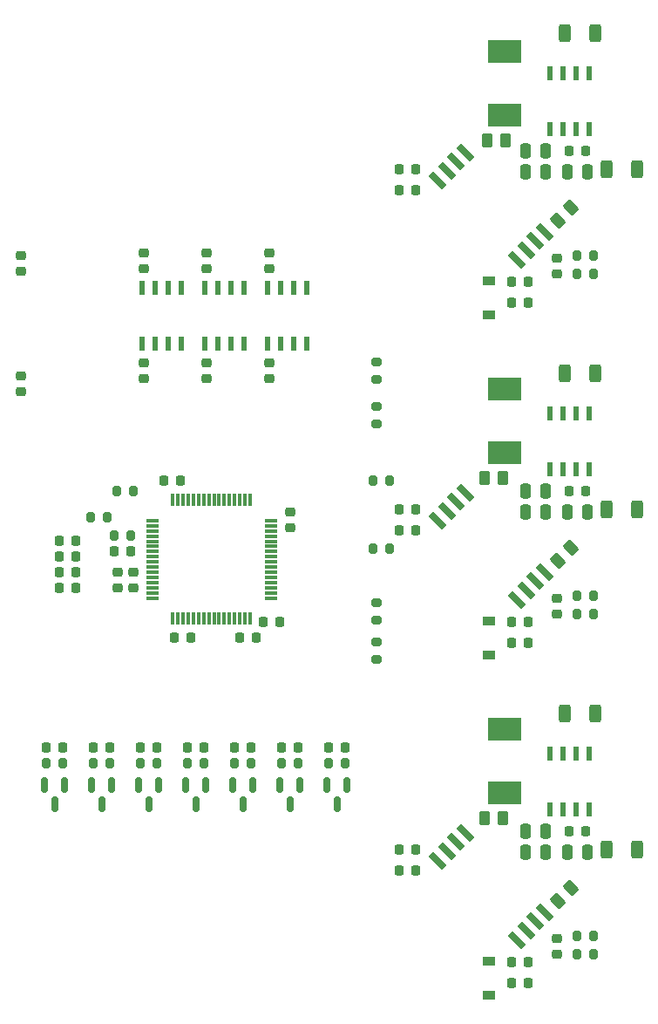
<source format=gbr>
%TF.GenerationSoftware,KiCad,Pcbnew,(6.0.9)*%
%TF.CreationDate,2023-06-11T12:51:52-04:00*%
%TF.ProjectId,HV servo drive v1,48562073-6572-4766-9f20-647269766520,rev?*%
%TF.SameCoordinates,Original*%
%TF.FileFunction,Paste,Top*%
%TF.FilePolarity,Positive*%
%FSLAX46Y46*%
G04 Gerber Fmt 4.6, Leading zero omitted, Abs format (unit mm)*
G04 Created by KiCad (PCBNEW (6.0.9)) date 2023-06-11 12:51:52*
%MOMM*%
%LPD*%
G01*
G04 APERTURE LIST*
G04 Aperture macros list*
%AMRoundRect*
0 Rectangle with rounded corners*
0 $1 Rounding radius*
0 $2 $3 $4 $5 $6 $7 $8 $9 X,Y pos of 4 corners*
0 Add a 4 corners polygon primitive as box body*
4,1,4,$2,$3,$4,$5,$6,$7,$8,$9,$2,$3,0*
0 Add four circle primitives for the rounded corners*
1,1,$1+$1,$2,$3*
1,1,$1+$1,$4,$5*
1,1,$1+$1,$6,$7*
1,1,$1+$1,$8,$9*
0 Add four rect primitives between the rounded corners*
20,1,$1+$1,$2,$3,$4,$5,0*
20,1,$1+$1,$4,$5,$6,$7,0*
20,1,$1+$1,$6,$7,$8,$9,0*
20,1,$1+$1,$8,$9,$2,$3,0*%
%AMRotRect*
0 Rectangle, with rotation*
0 The origin of the aperture is its center*
0 $1 length*
0 $2 width*
0 $3 Rotation angle, in degrees counterclockwise*
0 Add horizontal line*
21,1,$1,$2,0,0,$3*%
G04 Aperture macros list end*
%ADD10RoundRect,0.218750X-0.218750X-0.256250X0.218750X-0.256250X0.218750X0.256250X-0.218750X0.256250X0*%
%ADD11RoundRect,0.200000X0.275000X-0.200000X0.275000X0.200000X-0.275000X0.200000X-0.275000X-0.200000X0*%
%ADD12RoundRect,0.200000X-0.200000X-0.275000X0.200000X-0.275000X0.200000X0.275000X-0.200000X0.275000X0*%
%ADD13RoundRect,0.250000X0.250000X0.475000X-0.250000X0.475000X-0.250000X-0.475000X0.250000X-0.475000X0*%
%ADD14RoundRect,0.225000X0.225000X0.250000X-0.225000X0.250000X-0.225000X-0.250000X0.225000X-0.250000X0*%
%ADD15RoundRect,0.200000X0.200000X0.275000X-0.200000X0.275000X-0.200000X-0.275000X0.200000X-0.275000X0*%
%ADD16RoundRect,0.225000X-0.225000X-0.250000X0.225000X-0.250000X0.225000X0.250000X-0.225000X0.250000X0*%
%ADD17RoundRect,0.225000X-0.250000X0.225000X-0.250000X-0.225000X0.250000X-0.225000X0.250000X0.225000X0*%
%ADD18RoundRect,0.225000X0.250000X-0.225000X0.250000X0.225000X-0.250000X0.225000X-0.250000X-0.225000X0*%
%ADD19RoundRect,0.150000X-0.150000X0.587500X-0.150000X-0.587500X0.150000X-0.587500X0.150000X0.587500X0*%
%ADD20R,0.558800X1.460500*%
%ADD21R,1.200000X0.900000*%
%ADD22RoundRect,0.250000X-0.312500X-0.625000X0.312500X-0.625000X0.312500X0.625000X-0.312500X0.625000X0*%
%ADD23RotRect,0.599999X1.799999X225.000000*%
%ADD24R,3.276600X2.260600*%
%ADD25RoundRect,0.250000X-0.132583X0.503814X-0.503814X0.132583X0.132583X-0.503814X0.503814X-0.132583X0*%
%ADD26RoundRect,0.250000X0.262500X0.450000X-0.262500X0.450000X-0.262500X-0.450000X0.262500X-0.450000X0*%
%ADD27R,1.193800X0.304800*%
%ADD28R,0.304800X1.193800*%
G04 APERTURE END LIST*
D10*
%TO.C,D6*%
X116052500Y-109474000D03*
X117627500Y-109474000D03*
%TD*%
%TO.C,D5*%
X116052500Y-107950000D03*
X117627500Y-107950000D03*
%TD*%
%TO.C,D4*%
X116052500Y-106426000D03*
X117627500Y-106426000D03*
%TD*%
%TO.C,D3*%
X116052500Y-104902000D03*
X117627500Y-104902000D03*
%TD*%
D11*
%TO.C,R23*%
X146812000Y-116395000D03*
X146812000Y-114745000D03*
%TD*%
D12*
%TO.C,R22*%
X146495000Y-105664000D03*
X148145000Y-105664000D03*
%TD*%
D11*
%TO.C,R21*%
X146812000Y-93535000D03*
X146812000Y-91885000D03*
%TD*%
%TO.C,R20*%
X146812000Y-112585000D03*
X146812000Y-110935000D03*
%TD*%
D12*
%TO.C,R19*%
X146495000Y-99060000D03*
X148145000Y-99060000D03*
%TD*%
D11*
%TO.C,R18*%
X146812000Y-89217000D03*
X146812000Y-87567000D03*
%TD*%
D13*
%TO.C,C52*%
X167320000Y-102108000D03*
X165420000Y-102108000D03*
%TD*%
D14*
%TO.C,C50*%
X150635000Y-101854000D03*
X149085000Y-101854000D03*
%TD*%
%TO.C,C67*%
X161557000Y-147828000D03*
X160007000Y-147828000D03*
%TD*%
D15*
%TO.C,R62*%
X167957000Y-143256000D03*
X166307000Y-143256000D03*
%TD*%
D16*
%TO.C,C28*%
X123939000Y-124968000D03*
X125489000Y-124968000D03*
%TD*%
D17*
%TO.C,C72*%
X164338000Y-77457000D03*
X164338000Y-79007000D03*
%TD*%
%TO.C,C71*%
X164338000Y-110477000D03*
X164338000Y-112027000D03*
%TD*%
D13*
%TO.C,C60*%
X163256000Y-100076000D03*
X161356000Y-100076000D03*
%TD*%
D14*
%TO.C,C59*%
X167145000Y-100076000D03*
X165595000Y-100076000D03*
%TD*%
%TO.C,C66*%
X161557000Y-81788000D03*
X160007000Y-81788000D03*
%TD*%
%TO.C,C56*%
X150635000Y-134874000D03*
X149085000Y-134874000D03*
%TD*%
D18*
%TO.C,C24*%
X121666000Y-109487000D03*
X121666000Y-107937000D03*
%TD*%
D12*
%TO.C,R41*%
X133033000Y-126492000D03*
X134683000Y-126492000D03*
%TD*%
D19*
%TO.C,D15*%
X143952000Y-128602500D03*
X142052000Y-128602500D03*
X143002000Y-130477500D03*
%TD*%
D16*
%TO.C,C17*%
X135877000Y-112776000D03*
X137427000Y-112776000D03*
%TD*%
D13*
%TO.C,C54*%
X167320000Y-69088000D03*
X165420000Y-69088000D03*
%TD*%
D20*
%TO.C,U3*%
X130175000Y-85782150D03*
X131445000Y-85782150D03*
X132715000Y-85782150D03*
X133985000Y-85782150D03*
X133985000Y-80333850D03*
X132715000Y-80333850D03*
X131445000Y-80333850D03*
X130175000Y-80333850D03*
%TD*%
D21*
%TO.C,D20*%
X157734000Y-82930000D03*
X157734000Y-79630000D03*
%TD*%
D22*
%TO.C,R55*%
X165161500Y-55626000D03*
X168086500Y-55626000D03*
%TD*%
D19*
%TO.C,D12*%
X139380000Y-128602500D03*
X137480000Y-128602500D03*
X138430000Y-130477500D03*
%TD*%
D23*
%TO.C,U14*%
X160494693Y-77590770D03*
X161392718Y-76692744D03*
X162290744Y-75794718D03*
X163188770Y-74896693D03*
X155481307Y-67189230D03*
X154583282Y-68087256D03*
X153685256Y-68985282D03*
X152787230Y-69883307D03*
%TD*%
D17*
%TO.C,C5*%
X124206000Y-87617000D03*
X124206000Y-89167000D03*
%TD*%
D19*
%TO.C,D8*%
X125664000Y-128602500D03*
X123764000Y-128602500D03*
X124714000Y-130477500D03*
%TD*%
D20*
%TO.C,U10*%
X167513000Y-92525850D03*
X166243000Y-92525850D03*
X164973000Y-92525850D03*
X163703000Y-92525850D03*
X163703000Y-97974150D03*
X164973000Y-97974150D03*
X166243000Y-97974150D03*
X167513000Y-97974150D03*
%TD*%
%TO.C,U12*%
X167513000Y-125545850D03*
X166243000Y-125545850D03*
X164973000Y-125545850D03*
X163703000Y-125545850D03*
X163703000Y-130994150D03*
X164973000Y-130994150D03*
X166243000Y-130994150D03*
X167513000Y-130994150D03*
%TD*%
D18*
%TO.C,C4*%
X136398000Y-78499000D03*
X136398000Y-76949000D03*
%TD*%
D15*
%TO.C,R60*%
X167957000Y-77216000D03*
X166307000Y-77216000D03*
%TD*%
D12*
%TO.C,R45*%
X142177000Y-126492000D03*
X143827000Y-126492000D03*
%TD*%
%TO.C,R11*%
X119063000Y-102616000D03*
X120713000Y-102616000D03*
%TD*%
D14*
%TO.C,C51*%
X150635000Y-68834000D03*
X149085000Y-68834000D03*
%TD*%
%TO.C,C68*%
X161557000Y-112776000D03*
X160007000Y-112776000D03*
%TD*%
D22*
%TO.C,R54*%
X169225500Y-68834000D03*
X172150500Y-68834000D03*
%TD*%
D24*
%TO.C,D16*%
X159258000Y-90119200D03*
X159258000Y-96316800D03*
%TD*%
D22*
%TO.C,R53*%
X165161500Y-88646000D03*
X168086500Y-88646000D03*
%TD*%
D12*
%TO.C,R12*%
X121349000Y-104394000D03*
X122999000Y-104394000D03*
%TD*%
D14*
%TO.C,C63*%
X167145000Y-133096000D03*
X165595000Y-133096000D03*
%TD*%
%TO.C,C49*%
X150635000Y-136906000D03*
X149085000Y-136906000D03*
%TD*%
D17*
%TO.C,C18*%
X112268000Y-77203000D03*
X112268000Y-78753000D03*
%TD*%
D14*
%TO.C,C69*%
X161557000Y-79756000D03*
X160007000Y-79756000D03*
%TD*%
D20*
%TO.C,U11*%
X167513000Y-59505850D03*
X166243000Y-59505850D03*
X164973000Y-59505850D03*
X163703000Y-59505850D03*
X163703000Y-64954150D03*
X164973000Y-64954150D03*
X166243000Y-64954150D03*
X167513000Y-64954150D03*
%TD*%
D25*
%TO.C,R51*%
X165745235Y-72506765D03*
X164454765Y-73797235D03*
%TD*%
D16*
%TO.C,C36*%
X142227000Y-124968000D03*
X143777000Y-124968000D03*
%TD*%
D12*
%TO.C,R28*%
X119317000Y-126492000D03*
X120967000Y-126492000D03*
%TD*%
D25*
%TO.C,R50*%
X165745235Y-105526765D03*
X164454765Y-106817235D03*
%TD*%
D14*
%TO.C,C14*%
X128791000Y-114300000D03*
X127241000Y-114300000D03*
%TD*%
D19*
%TO.C,D14*%
X130236000Y-128602500D03*
X128336000Y-128602500D03*
X129286000Y-130477500D03*
%TD*%
D24*
%TO.C,D17*%
X159258000Y-57353200D03*
X159258000Y-63550800D03*
%TD*%
D17*
%TO.C,C6*%
X130302000Y-87617000D03*
X130302000Y-89167000D03*
%TD*%
D15*
%TO.C,R64*%
X167957000Y-112014000D03*
X166307000Y-112014000D03*
%TD*%
D21*
%TO.C,D19*%
X157734000Y-115950000D03*
X157734000Y-112650000D03*
%TD*%
D17*
%TO.C,C7*%
X136398000Y-87617000D03*
X136398000Y-89167000D03*
%TD*%
D13*
%TO.C,C57*%
X167320000Y-135128000D03*
X165420000Y-135128000D03*
%TD*%
%TO.C,C58*%
X163256000Y-135128000D03*
X161356000Y-135128000D03*
%TD*%
%TO.C,C62*%
X163256000Y-67056000D03*
X161356000Y-67056000D03*
%TD*%
D14*
%TO.C,C61*%
X167145000Y-67056000D03*
X165595000Y-67056000D03*
%TD*%
D23*
%TO.C,U15*%
X160494693Y-143630770D03*
X161392718Y-142732744D03*
X162290744Y-141834718D03*
X163188770Y-140936693D03*
X155481307Y-133229230D03*
X154583282Y-134127256D03*
X153685256Y-135025282D03*
X152787230Y-135923307D03*
%TD*%
D13*
%TO.C,C53*%
X163256000Y-102108000D03*
X161356000Y-102108000D03*
%TD*%
D26*
%TO.C,R48*%
X159408500Y-66040000D03*
X157583500Y-66040000D03*
%TD*%
%TO.C,R47*%
X159154500Y-98806000D03*
X157329500Y-98806000D03*
%TD*%
D23*
%TO.C,U13*%
X160494693Y-110610770D03*
X161392718Y-109712744D03*
X162290744Y-108814718D03*
X163188770Y-107916693D03*
X155481307Y-100209230D03*
X154583282Y-101107256D03*
X153685256Y-102005282D03*
X152787230Y-102903307D03*
%TD*%
D12*
%TO.C,R26*%
X123889000Y-126492000D03*
X125539000Y-126492000D03*
%TD*%
D16*
%TO.C,C33*%
X137655000Y-124968000D03*
X139205000Y-124968000D03*
%TD*%
D22*
%TO.C,R58*%
X165161500Y-121666000D03*
X168086500Y-121666000D03*
%TD*%
D27*
%TO.C,U5*%
X125060001Y-102930000D03*
X125060001Y-103429999D03*
X125060001Y-103930000D03*
X125060001Y-104429999D03*
X125060001Y-104930001D03*
X125060001Y-105430000D03*
X125060001Y-105929999D03*
X125060001Y-106430000D03*
X125060001Y-106930000D03*
X125060001Y-107430001D03*
X125060001Y-107930000D03*
X125060001Y-108429999D03*
X125060001Y-108930001D03*
X125060001Y-109430000D03*
X125060001Y-109930001D03*
X125060001Y-110430000D03*
D28*
X127060000Y-112429999D03*
X127559999Y-112429999D03*
X128060000Y-112429999D03*
X128559999Y-112429999D03*
X129060001Y-112429999D03*
X129560000Y-112429999D03*
X130059999Y-112429999D03*
X130560000Y-112429999D03*
X131060000Y-112429999D03*
X131560001Y-112429999D03*
X132060000Y-112429999D03*
X132559999Y-112429999D03*
X133060001Y-112429999D03*
X133560000Y-112429999D03*
X134060001Y-112429999D03*
X134560000Y-112429999D03*
D27*
X136559999Y-110430000D03*
X136559999Y-109930001D03*
X136559999Y-109430000D03*
X136559999Y-108930001D03*
X136559999Y-108429999D03*
X136559999Y-107930000D03*
X136559999Y-107430001D03*
X136559999Y-106930000D03*
X136559999Y-106430000D03*
X136559999Y-105929999D03*
X136559999Y-105430000D03*
X136559999Y-104930001D03*
X136559999Y-104429999D03*
X136559999Y-103930000D03*
X136559999Y-103429999D03*
X136559999Y-102930000D03*
D28*
X134560000Y-100930001D03*
X134060001Y-100930001D03*
X133560000Y-100930001D03*
X133060001Y-100930001D03*
X132559999Y-100930001D03*
X132060000Y-100930001D03*
X131560001Y-100930001D03*
X131060000Y-100930001D03*
X130560000Y-100930001D03*
X130059999Y-100930001D03*
X129560000Y-100930001D03*
X129060001Y-100930001D03*
X128559999Y-100930001D03*
X128060000Y-100930001D03*
X127559999Y-100930001D03*
X127060000Y-100930001D03*
%TD*%
D17*
%TO.C,C21*%
X138430000Y-102095000D03*
X138430000Y-103645000D03*
%TD*%
D14*
%TO.C,C70*%
X161557000Y-145796000D03*
X160007000Y-145796000D03*
%TD*%
D20*
%TO.C,U2*%
X124079000Y-85782150D03*
X125349000Y-85782150D03*
X126619000Y-85782150D03*
X127889000Y-85782150D03*
X127889000Y-80333850D03*
X126619000Y-80333850D03*
X125349000Y-80333850D03*
X124079000Y-80333850D03*
%TD*%
D18*
%TO.C,C2*%
X124206000Y-78499000D03*
X124206000Y-76949000D03*
%TD*%
D15*
%TO.C,R59*%
X167957000Y-110236000D03*
X166307000Y-110236000D03*
%TD*%
D14*
%TO.C,C65*%
X161557000Y-114808000D03*
X160007000Y-114808000D03*
%TD*%
D12*
%TO.C,R43*%
X128461000Y-126492000D03*
X130111000Y-126492000D03*
%TD*%
D13*
%TO.C,C64*%
X163256000Y-133096000D03*
X161356000Y-133096000D03*
%TD*%
D26*
%TO.C,R49*%
X159154500Y-131826000D03*
X157329500Y-131826000D03*
%TD*%
D13*
%TO.C,C55*%
X163256000Y-69088000D03*
X161356000Y-69088000D03*
%TD*%
D25*
%TO.C,R56*%
X165745235Y-138546765D03*
X164454765Y-139837235D03*
%TD*%
D18*
%TO.C,C20*%
X123190000Y-109487000D03*
X123190000Y-107937000D03*
%TD*%
D15*
%TO.C,R10*%
X123253000Y-100076000D03*
X121603000Y-100076000D03*
%TD*%
D16*
%TO.C,C34*%
X133083000Y-124968000D03*
X134633000Y-124968000D03*
%TD*%
%TO.C,C29*%
X119367000Y-124968000D03*
X120917000Y-124968000D03*
%TD*%
D19*
%TO.C,D10*%
X116520000Y-128602500D03*
X114620000Y-128602500D03*
X115570000Y-130477500D03*
%TD*%
D14*
%TO.C,C48*%
X150635000Y-70866000D03*
X149085000Y-70866000D03*
%TD*%
D22*
%TO.C,R52*%
X169225500Y-101854000D03*
X172150500Y-101854000D03*
%TD*%
D18*
%TO.C,C3*%
X130302000Y-78499000D03*
X130302000Y-76949000D03*
%TD*%
D12*
%TO.C,R30*%
X114745000Y-126492000D03*
X116395000Y-126492000D03*
%TD*%
D16*
%TO.C,C35*%
X128511000Y-124968000D03*
X130061000Y-124968000D03*
%TD*%
D12*
%TO.C,R39*%
X137605000Y-126492000D03*
X139255000Y-126492000D03*
%TD*%
D24*
%TO.C,D18*%
X159258000Y-123139200D03*
X159258000Y-129336800D03*
%TD*%
D19*
%TO.C,D9*%
X121092000Y-128602500D03*
X119192000Y-128602500D03*
X120142000Y-130477500D03*
%TD*%
D14*
%TO.C,C47*%
X150635000Y-103886000D03*
X149085000Y-103886000D03*
%TD*%
D16*
%TO.C,C15*%
X126225000Y-99060000D03*
X127775000Y-99060000D03*
%TD*%
%TO.C,C12*%
X133591000Y-114300000D03*
X135141000Y-114300000D03*
%TD*%
D21*
%TO.C,D21*%
X157734000Y-148970000D03*
X157734000Y-145670000D03*
%TD*%
D14*
%TO.C,C25*%
X122949000Y-105918000D03*
X121399000Y-105918000D03*
%TD*%
D17*
%TO.C,C73*%
X164338000Y-143497000D03*
X164338000Y-145047000D03*
%TD*%
D19*
%TO.C,D13*%
X134808000Y-128602500D03*
X132908000Y-128602500D03*
X133858000Y-130477500D03*
%TD*%
D18*
%TO.C,C23*%
X112268000Y-90437000D03*
X112268000Y-88887000D03*
%TD*%
D20*
%TO.C,U4*%
X136271000Y-85782150D03*
X137541000Y-85782150D03*
X138811000Y-85782150D03*
X140081000Y-85782150D03*
X140081000Y-80333850D03*
X138811000Y-80333850D03*
X137541000Y-80333850D03*
X136271000Y-80333850D03*
%TD*%
D15*
%TO.C,R67*%
X167957000Y-145034000D03*
X166307000Y-145034000D03*
%TD*%
D22*
%TO.C,R57*%
X169225500Y-134874000D03*
X172150500Y-134874000D03*
%TD*%
D15*
%TO.C,R66*%
X167957000Y-78994000D03*
X166307000Y-78994000D03*
%TD*%
D16*
%TO.C,C30*%
X114795000Y-124968000D03*
X116345000Y-124968000D03*
%TD*%
M02*

</source>
